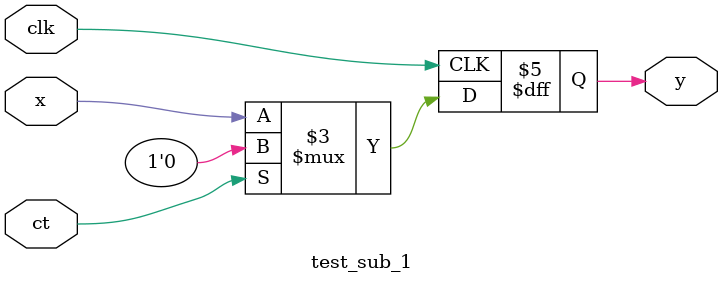
<source format=v>
module test(clk, ct1, ct2, in, out1, out2);
   input wire clk;
   input wire in;
   input wire ct1;
   input wire ct2;
   output reg out1;
   output reg out2;

   wire       tmp1;
   wire       tmp2;

   reg in_r;

   test_sub_1 INS1(clk, ct1, in_r, tmp1);
   test_sub_1 INS2(clk, ct2, in_r, tmp2);

   always @(posedge clk) begin
     in_r <= in;
     out1 <= tmp1 + 1;
     out2 <= tmp2 + 1;
   end

endmodule // test

module test_sub_1(clk, ct, x, y);
   input clk;
   input wire ct;
   input wire x;
   output reg y;

   always @(posedge clk)
     if (ct)
       y <= 0;
     else
       y <= x;
endmodule // test_sub_1

</source>
